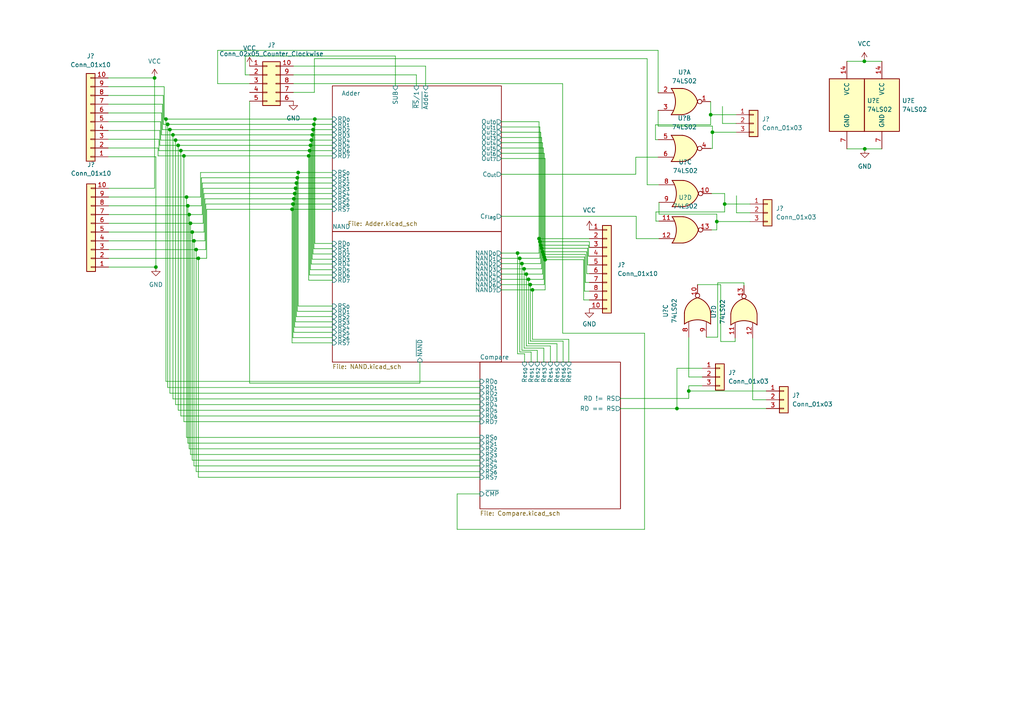
<source format=kicad_sch>
(kicad_sch (version 20211123) (generator eeschema)
  (paper "A4")
  (lib_symbols
    (symbol "74xx:74LS02" (pin_names (offset 1.016))
      (property "Reference" "U" (at 0 1.27 0))
      (property "Value" "74LS02" (at 0 -1.27 0))
      (symbol "74LS02_1_1"
        (arc (start -3.81 -3.81) (mid -2.589 0) (end -3.81 3.81) (stroke (width 0.254)))
        (arc (start -0.6096 -3.81) (mid 2.1855 -2.584) (end 3.81 0) (stroke (width 0.254)) (fill (type background)))
        (polyline (pts (xy -3.81 -3.81) (xy -0.635 -3.81)) (stroke (width 0.254)) (fill (type background)))
        (polyline (pts (xy -3.81 3.81) (xy -0.635 3.81)) (stroke (width 0.254)) (fill (type background)))
        (polyline (pts (xy -0.635 3.81) (xy -3.81 3.81) (xy -3.81 3.81) (xy -3.556 3.4036) (xy -3.0226 2.2606) (xy -2.6924 1.0414) (xy -2.6162 -0.254) (xy -2.7686 -1.4986) (xy -3.175 -2.7178) (xy -3.81 -3.81) (xy -3.81 -3.81) (xy -0.635 -3.81)) (stroke (width -25.4)) (fill (type background)))
        (arc (start 3.81 0) (mid 2.1928 2.5925) (end -0.6096 3.81) (stroke (width 0.254)) (fill (type background)))
        (pin output inverted (at 7.62 0 180) (length 3.81) (name "~") (number "1"))
        (pin input line (at -7.62 2.54 0) (length 4.318) (name "~") (number "2"))
        (pin input line (at -7.62 -2.54 0) (length 4.318) (name "~") (number "3"))
      )
      (symbol "74LS02_1_2"
        (arc (start 0 -3.81) (mid 3.81 0) (end 0 3.81) (stroke (width 0.254)) (fill (type background)))
        (polyline (pts (xy 0 3.81) (xy -3.81 3.81) (xy -3.81 -3.81) (xy 0 -3.81)) (stroke (width 0.254)) (fill (type background)))
        (pin output line (at 7.62 0 180) (length 3.81) (name "~") (number "1"))
        (pin input inverted (at -7.62 2.54 0) (length 3.81) (name "~") (number "2"))
        (pin input inverted (at -7.62 -2.54 0) (length 3.81) (name "~") (number "3"))
      )
      (symbol "74LS02_2_1"
        (arc (start -3.81 -3.81) (mid -2.589 0) (end -3.81 3.81) (stroke (width 0.254)))
        (arc (start -0.6096 -3.81) (mid 2.1855 -2.584) (end 3.81 0) (stroke (width 0.254)) (fill (type background)))
        (polyline (pts (xy -3.81 -3.81) (xy -0.635 -3.81)) (stroke (width 0.254)) (fill (type background)))
        (polyline (pts (xy -3.81 3.81) (xy -0.635 3.81)) (stroke (width 0.254)) (fill (type background)))
        (polyline (pts (xy -0.635 3.81) (xy -3.81 3.81) (xy -3.81 3.81) (xy -3.556 3.4036) (xy -3.0226 2.2606) (xy -2.6924 1.0414) (xy -2.6162 -0.254) (xy -2.7686 -1.4986) (xy -3.175 -2.7178) (xy -3.81 -3.81) (xy -3.81 -3.81) (xy -0.635 -3.81)) (stroke (width -25.4)) (fill (type background)))
        (arc (start 3.81 0) (mid 2.1928 2.5925) (end -0.6096 3.81) (stroke (width 0.254)) (fill (type background)))
        (pin output inverted (at 7.62 0 180) (length 3.81) (name "~") (number "4"))
        (pin input line (at -7.62 2.54 0) (length 4.318) (name "~") (number "5"))
        (pin input line (at -7.62 -2.54 0) (length 4.318) (name "~") (number "6"))
      )
      (symbol "74LS02_2_2"
        (arc (start 0 -3.81) (mid 3.81 0) (end 0 3.81) (stroke (width 0.254)) (fill (type background)))
        (polyline (pts (xy 0 3.81) (xy -3.81 3.81) (xy -3.81 -3.81) (xy 0 -3.81)) (stroke (width 0.254)) (fill (type background)))
        (pin output line (at 7.62 0 180) (length 3.81) (name "~") (number "4"))
        (pin input inverted (at -7.62 2.54 0) (length 3.81) (name "~") (number "5"))
        (pin input inverted (at -7.62 -2.54 0) (length 3.81) (name "~") (number "6"))
      )
      (symbol "74LS02_3_1"
        (arc (start -3.81 -3.81) (mid -2.589 0) (end -3.81 3.81) (stroke (width 0.254)))
        (arc (start -0.6096 -3.81) (mid 2.1855 -2.584) (end 3.81 0) (stroke (width 0.254)) (fill (type background)))
        (polyline (pts (xy -3.81 -3.81) (xy -0.635 -3.81)) (stroke (width 0.254)) (fill (type background)))
        (polyline (pts (xy -3.81 3.81) (xy -0.635 3.81)) (stroke (width 0.254)) (fill (type background)))
        (polyline (pts (xy -0.635 3.81) (xy -3.81 3.81) (xy -3.81 3.81) (xy -3.556 3.4036) (xy -3.0226 2.2606) (xy -2.6924 1.0414) (xy -2.6162 -0.254) (xy -2.7686 -1.4986) (xy -3.175 -2.7178) (xy -3.81 -3.81) (xy -3.81 -3.81) (xy -0.635 -3.81)) (stroke (width -25.4)) (fill (type background)))
        (arc (start 3.81 0) (mid 2.1928 2.5925) (end -0.6096 3.81) (stroke (width 0.254)) (fill (type background)))
        (pin output inverted (at 7.62 0 180) (length 3.81) (name "~") (number "10"))
        (pin input line (at -7.62 2.54 0) (length 4.318) (name "~") (number "8"))
        (pin input line (at -7.62 -2.54 0) (length 4.318) (name "~") (number "9"))
      )
      (symbol "74LS02_3_2"
        (arc (start 0 -3.81) (mid 3.81 0) (end 0 3.81) (stroke (width 0.254)) (fill (type background)))
        (polyline (pts (xy 0 3.81) (xy -3.81 3.81) (xy -3.81 -3.81) (xy 0 -3.81)) (stroke (width 0.254)) (fill (type background)))
        (pin output line (at 7.62 0 180) (length 3.81) (name "~") (number "10"))
        (pin input inverted (at -7.62 2.54 0) (length 3.81) (name "~") (number "8"))
        (pin input inverted (at -7.62 -2.54 0) (length 3.81) (name "~") (number "9"))
      )
      (symbol "74LS02_4_1"
        (arc (start -3.81 -3.81) (mid -2.589 0) (end -3.81 3.81) (stroke (width 0.254)))
        (arc (start -0.6096 -3.81) (mid 2.1855 -2.584) (end 3.81 0) (stroke (width 0.254)) (fill (type background)))
        (polyline (pts (xy -3.81 -3.81) (xy -0.635 -3.81)) (stroke (width 0.254)) (fill (type background)))
        (polyline (pts (xy -3.81 3.81) (xy -0.635 3.81)) (stroke (width 0.254)) (fill (type background)))
        (polyline (pts (xy -0.635 3.81) (xy -3.81 3.81) (xy -3.81 3.81) (xy -3.556 3.4036) (xy -3.0226 2.2606) (xy -2.6924 1.0414) (xy -2.6162 -0.254) (xy -2.7686 -1.4986) (xy -3.175 -2.7178) (xy -3.81 -3.81) (xy -3.81 -3.81) (xy -0.635 -3.81)) (stroke (width -25.4)) (fill (type background)))
        (arc (start 3.81 0) (mid 2.1928 2.5925) (end -0.6096 3.81) (stroke (width 0.254)) (fill (type background)))
        (pin input line (at -7.62 2.54 0) (length 4.318) (name "~") (number "11"))
        (pin input line (at -7.62 -2.54 0) (length 4.318) (name "~") (number "12"))
        (pin output inverted (at 7.62 0 180) (length 3.81) (name "~") (number "13"))
      )
      (symbol "74LS02_4_2"
        (arc (start 0 -3.81) (mid 3.81 0) (end 0 3.81) (stroke (width 0.254)) (fill (type background)))
        (polyline (pts (xy 0 3.81) (xy -3.81 3.81) (xy -3.81 -3.81) (xy 0 -3.81)) (stroke (width 0.254)) (fill (type background)))
        (pin input inverted (at -7.62 2.54 0) (length 3.81) (name "~") (number "11"))
        (pin input inverted (at -7.62 -2.54 0) (length 3.81) (name "~") (number "12"))
        (pin output line (at 7.62 0 180) (length 3.81) (name "~") (number "13"))
      )
      (symbol "74LS02_5_0"
        (pin power_in line (at 0 12.7 270) (length 5.08) (name "VCC") (number "14"))
        (pin power_in line (at 0 -12.7 90) (length 5.08) (name "GND") (number "7"))
      )
      (symbol "74LS02_5_1"
        (rectangle (start -5.08 7.62) (end 5.08 -7.62) (stroke (width 0.254)) (fill (type background)))
      )
    )
    (symbol "Connector_Generic:Conn_01x03" (pin_names (offset 1.016) hide)
      (property "Reference" "J" (at 0 5.08 0))
      (property "Value" "Conn_01x03" (at 0 -5.08 0))
      (symbol "Conn_01x03_1_1"
        (rectangle (start -1.27 -2.413) (end 0 -2.667) (stroke (width 0.1524)))
        (rectangle (start -1.27 0.127) (end 0 -0.127) (stroke (width 0.1524)))
        (rectangle (start -1.27 2.667) (end 0 2.413) (stroke (width 0.1524)))
        (rectangle (start -1.27 3.81) (end 1.27 -3.81) (stroke (width 0.254)) (fill (type background)))
        (pin passive line (at -5.08 2.54 0) (length 3.81) (name "Pin_1") (number "1"))
        (pin passive line (at -5.08 0 0) (length 3.81) (name "Pin_2") (number "2"))
        (pin passive line (at -5.08 -2.54 0) (length 3.81) (name "Pin_3") (number "3"))
      )
    )
    (symbol "Connector_Generic:Conn_01x10" (pin_names (offset 1.016) hide)
      (property "Reference" "J" (at 0 12.7 0))
      (property "Value" "Conn_01x10" (at 0 -15.24 0))
      (symbol "Conn_01x10_1_1"
        (rectangle (start -1.27 -12.573) (end 0 -12.827) (stroke (width 0.1524)))
        (rectangle (start -1.27 -10.033) (end 0 -10.287) (stroke (width 0.1524)))
        (rectangle (start -1.27 -7.493) (end 0 -7.747) (stroke (width 0.1524)))
        (rectangle (start -1.27 -4.953) (end 0 -5.207) (stroke (width 0.1524)))
        (rectangle (start -1.27 -2.413) (end 0 -2.667) (stroke (width 0.1524)))
        (rectangle (start -1.27 0.127) (end 0 -0.127) (stroke (width 0.1524)))
        (rectangle (start -1.27 2.667) (end 0 2.413) (stroke (width 0.1524)))
        (rectangle (start -1.27 5.207) (end 0 4.953) (stroke (width 0.1524)))
        (rectangle (start -1.27 7.747) (end 0 7.493) (stroke (width 0.1524)))
        (rectangle (start -1.27 10.287) (end 0 10.033) (stroke (width 0.1524)))
        (rectangle (start -1.27 11.43) (end 1.27 -13.97) (stroke (width 0.254)) (fill (type background)))
        (pin passive line (at -5.08 10.16 0) (length 3.81) (name "Pin_1") (number "1"))
        (pin passive line (at -5.08 -12.7 0) (length 3.81) (name "Pin_10") (number "10"))
        (pin passive line (at -5.08 7.62 0) (length 3.81) (name "Pin_2") (number "2"))
        (pin passive line (at -5.08 5.08 0) (length 3.81) (name "Pin_3") (number "3"))
        (pin passive line (at -5.08 2.54 0) (length 3.81) (name "Pin_4") (number "4"))
        (pin passive line (at -5.08 0 0) (length 3.81) (name "Pin_5") (number "5"))
        (pin passive line (at -5.08 -2.54 0) (length 3.81) (name "Pin_6") (number "6"))
        (pin passive line (at -5.08 -5.08 0) (length 3.81) (name "Pin_7") (number "7"))
        (pin passive line (at -5.08 -7.62 0) (length 3.81) (name "Pin_8") (number "8"))
        (pin passive line (at -5.08 -10.16 0) (length 3.81) (name "Pin_9") (number "9"))
      )
    )
    (symbol "Connector_Generic:Conn_02x05_Counter_Clockwise" (pin_names (offset 1.016) hide)
      (property "Reference" "J" (at 1.27 7.62 0))
      (property "Value" "Conn_02x05_Counter_Clockwise" (at 1.27 -7.62 0))
      (symbol "Conn_02x05_Counter_Clockwise_1_1"
        (rectangle (start -1.27 -4.953) (end 0 -5.207) (stroke (width 0.1524)))
        (rectangle (start -1.27 -2.413) (end 0 -2.667) (stroke (width 0.1524)))
        (rectangle (start -1.27 0.127) (end 0 -0.127) (stroke (width 0.1524)))
        (rectangle (start -1.27 2.667) (end 0 2.413) (stroke (width 0.1524)))
        (rectangle (start -1.27 5.207) (end 0 4.953) (stroke (width 0.1524)))
        (rectangle (start -1.27 6.35) (end 3.81 -6.35) (stroke (width 0.254)) (fill (type background)))
        (rectangle (start 3.81 -4.953) (end 2.54 -5.207) (stroke (width 0.1524)))
        (rectangle (start 3.81 -2.413) (end 2.54 -2.667) (stroke (width 0.1524)))
        (rectangle (start 3.81 0.127) (end 2.54 -0.127) (stroke (width 0.1524)))
        (rectangle (start 3.81 2.667) (end 2.54 2.413) (stroke (width 0.1524)))
        (rectangle (start 3.81 5.207) (end 2.54 4.953) (stroke (width 0.1524)))
        (pin passive line (at -5.08 5.08 0) (length 3.81) (name "Pin_1") (number "1"))
        (pin passive line (at 7.62 5.08 180) (length 3.81) (name "Pin_10") (number "10"))
        (pin passive line (at -5.08 2.54 0) (length 3.81) (name "Pin_2") (number "2"))
        (pin passive line (at -5.08 0 0) (length 3.81) (name "Pin_3") (number "3"))
        (pin passive line (at -5.08 -2.54 0) (length 3.81) (name "Pin_4") (number "4"))
        (pin passive line (at -5.08 -5.08 0) (length 3.81) (name "Pin_5") (number "5"))
        (pin passive line (at 7.62 -5.08 180) (length 3.81) (name "Pin_6") (number "6"))
        (pin passive line (at 7.62 -2.54 180) (length 3.81) (name "Pin_7") (number "7"))
        (pin passive line (at 7.62 0 180) (length 3.81) (name "Pin_8") (number "8"))
        (pin passive line (at 7.62 2.54 180) (length 3.81) (name "Pin_9") (number "9"))
      )
    )
    (symbol "power:GND" (power) (pin_names (offset 0))
      (property "Value" "GND" (at 0 -3.81 0))
      (symbol "GND_0_1"
        (polyline (pts (xy 0 0) (xy 0 -1.27) (xy 1.27 -1.27) (xy 0 -2.54) (xy -1.27 -1.27) (xy 0 -1.27)))
      )
      (symbol "GND_1_1"
        (pin power_in line (at 0 0 270) (length 0) hide (name "GND") (number "1"))
      )
    )
    (symbol "power:VCC" (power) (pin_names (offset 0))
      (property "Value" "VCC" (at 0 3.81 0))
      (symbol "VCC_0_1"
        (polyline (pts (xy -0.762 1.27) (xy 0 2.54)))
        (polyline (pts (xy 0 0) (xy 0 2.54)))
        (polyline (pts (xy 0 2.54) (xy 0.762 1.27)))
      )
      (symbol "VCC_1_1"
        (pin power_in line (at 0 0 90) (length 0) hide (name "VCC") (number "1"))
      )
    )
  )
  (junction (at 48.641 36.068))
  (junction (at 84.709 60.706))
  (junction (at 156.845 71.12))
  (junction (at 85.217 57.658))
  (junction (at 156.591 70.104))
  (junction (at 91.313 34.544))
  (junction (at 85.725 54.61))
  (junction (at 50.927 40.64))
  (junction (at 206.629 38.354))
  (junction (at 196.342 118.491))
  (junction (at 90.805 37.592))
  (junction (at 199.771 113.411))
  (junction (at 151.384 76.454))
  (junction (at 153.797 82.55))
  (junction (at 157.861 74.549))
  (junction (at 86.487 50.038))
  (junction (at 89.789 43.688))
  (junction (at 150.749 74.93))
  (junction (at 85.979 53.086))
  (junction (at 152.654 79.502))
  (junction (at 89.535 45.212))
  (junction (at 85.471 56.134))
  (junction (at 206.121 33.274))
  (junction (at 57.531 74.93))
  (junction (at 250.698 17.78))
  (junction (at 86.233 51.562))
  (junction (at 156.337 69.215))
  (junction (at 49.276 37.592))
  (junction (at 154.432 84.074))
  (junction (at 45.212 77.47))
  (junction (at 152.019 77.978))
  (junction (at 157.353 73.025))
  (junction (at 158.115 75.311))
  (junction (at 91.059 36.068))
  (junction (at 48.133 34.544))
  (junction (at 52.451 43.688))
  (junction (at 53.34 45.212))
  (junction (at 157.099 72.009))
  (junction (at 84.963 59.182))
  (junction (at 207.899 64.262))
  (junction (at 51.689 42.164))
  (junction (at 153.289 81.026))
  (junction (at 56.896 72.39))
  (junction (at 55.753 67.31))
  (junction (at 157.607 73.787))
  (junction (at 54.864 62.23))
  (junction (at 54.483 59.69))
  (junction (at 55.245 64.77))
  (junction (at 56.261 69.85))
  (junction (at 90.551 39.116))
  (junction (at 150.114 73.406))
  (junction (at 90.043 42.164))
  (junction (at 50.165 39.116))
  (junction (at 90.297 40.64))
  (junction (at 54.102 57.15))
  (junction (at 250.825 43.18))
  (junction (at 44.831 22.606))
  (junction (at 210.185 59.182))
  (wire (pts (xy 199.771 113.411) (xy 222.25 113.411)))
  (wire (pts (xy 71.12 21.717) (xy 72.39 21.717)))
  (wire (pts (xy 85.979 53.086) (xy 85.979 91.821)))
  (wire (pts (xy 54.483 59.69) (xy 58.42 59.69)))
  (wire (pts (xy 58.674 53.086) (xy 85.979 53.086)))
  (wire (pts (xy 139.192 120.65) (xy 52.451 120.65)))
  (wire (pts (xy 54.864 62.23) (xy 31.496 62.23)))
  (wire (pts (xy 202.311 82.55) (xy 209.042 82.55)))
  (wire (pts (xy 55.245 131.826) (xy 55.245 64.77)))
  (wire (pts (xy 132.588 143.256) (xy 139.192 143.256)))
  (wire (pts (xy 72.39 24.257) (xy 63.119 24.257)))
  (wire (pts (xy 91.059 72.136) (xy 96.393 72.136)))
  (wire (pts (xy 156.591 74.93) (xy 156.591 70.104)))
  (wire (pts (xy 85.471 56.134) (xy 85.471 94.869)))
  (wire (pts (xy 196.342 118.491) (xy 222.25 118.491)))
  (wire (pts (xy 56.261 135.128) (xy 56.261 69.85)))
  (wire (pts (xy 208.153 82.042) (xy 208.153 97.79)))
  (wire (pts (xy 170.688 74.295) (xy 170.688 71.12)))
  (wire (pts (xy 154.432 84.074) (xy 158.115 84.074)))
  (wire (pts (xy 90.043 42.164) (xy 90.043 78.232)))
  (wire (pts (xy 46.609 35.306) (xy 46.609 40.64)))
  (wire (pts (xy 209.55 30.861) (xy 209.55 35.814)))
  (wire (pts (xy 132.588 153.543) (xy 132.588 143.256)))
  (wire (pts (xy 163.195 96.647) (xy 186.944 96.647)))
  (wire (pts (xy 150.114 73.406) (xy 150.114 102.616)))
  (wire (pts (xy 90.297 76.581) (xy 90.297 40.64)))
  (wire (pts (xy 139.192 117.348) (xy 50.927 117.348)))
  (wire (pts (xy 210.185 56.134) (xy 206.375 56.134)))
  (wire (pts (xy 59.182 56.134) (xy 85.471 56.134)))
  (wire (pts (xy 31.496 54.61) (xy 44.831 54.61)))
  (wire (pts (xy 206.629 36.576) (xy 206.629 38.354)))
  (wire (pts (xy 84.709 99.441) (xy 84.709 60.706)))
  (wire (pts (xy 120.777 24.892) (xy 120.777 21.717)))
  (wire (pts (xy 59.69 59.182) (xy 84.963 59.182)))
  (wire (pts (xy 199.771 113.411) (xy 199.771 111.887)))
  (wire (pts (xy 250.825 43.18) (xy 255.778 43.18)))
  (wire (pts (xy 31.369 45.466) (xy 45.212 45.466)))
  (wire (pts (xy 150.749 74.93) (xy 156.591 74.93)))
  (wire (pts (xy 184.404 45.593) (xy 190.881 45.593)))
  (wire (pts (xy 54.864 130.175) (xy 139.192 130.175)))
  (wire (pts (xy 208.153 97.79) (xy 204.851 97.79)))
  (wire (pts (xy 85.725 93.345) (xy 85.725 54.61)))
  (wire (pts (xy 170.942 84.455) (xy 169.545 84.455)))
  (wire (pts (xy 179.959 115.57) (xy 199.771 115.57)))
  (wire (pts (xy 190.119 40.513) (xy 190.881 40.513)))
  (wire (pts (xy 58.166 50.038) (xy 86.487 50.038)))
  (wire (pts (xy 154.432 98.425) (xy 154.432 84.074)))
  (wire (pts (xy 245.618 43.18) (xy 250.825 43.18)))
  (wire (pts (xy 56.896 72.39) (xy 59.69 72.39)))
  (wire (pts (xy 90.551 39.116) (xy 96.393 39.116)))
  (wire (pts (xy 31.496 72.39) (xy 56.896 72.39)))
  (wire (pts (xy 245.618 17.78) (xy 250.698 17.78)))
  (wire (pts (xy 84.709 60.706) (xy 59.944 60.706)))
  (wire (pts (xy 56.896 136.779) (xy 139.192 136.779)))
  (wire (pts (xy 222.25 115.951) (xy 218.313 115.951)))
  (wire (pts (xy 145.415 79.502) (xy 152.654 79.502)))
  (wire (pts (xy 84.963 59.182) (xy 84.963 97.917)))
  (wire (pts (xy 46.863 32.766) (xy 46.863 39.116)))
  (wire (pts (xy 55.753 67.31) (xy 31.496 67.31)))
  (wire (pts (xy 169.291 75.311) (xy 158.115 75.311)))
  (wire (pts (xy 56.896 72.39) (xy 56.896 136.779)))
  (wire (pts (xy 179.959 118.491) (xy 196.342 118.491)))
  (wire (pts (xy 199.771 111.887) (xy 203.708 111.887)))
  (wire (pts (xy 169.799 81.915) (xy 169.799 73.787)))
  (wire (pts (xy 157.607 73.787) (xy 169.799 73.787)))
  (wire (pts (xy 120.777 21.717) (xy 85.09 21.717)))
  (wire (pts (xy 145.415 77.978) (xy 152.019 77.978)))
  (wire (pts (xy 90.551 39.116) (xy 90.551 75.184)))
  (wire (pts (xy 215.773 82.804) (xy 215.773 82.042)))
  (wire (pts (xy 45.847 42.926) (xy 45.847 45.212)))
  (wire (pts (xy 157.861 74.549) (xy 157.861 44.45)))
  (wire (pts (xy 31.496 64.77) (xy 55.245 64.77)))
  (wire (pts (xy 153.289 81.026) (xy 157.607 81.026)))
  (wire (pts (xy 157.353 73.025) (xy 157.353 79.502)))
  (wire (pts (xy 153.289 81.026) (xy 153.289 99.695)))
  (wire (pts (xy 157.861 82.55) (xy 157.861 74.549)))
  (wire (pts (xy 170.942 71.755) (xy 170.942 70.104)))
  (wire (pts (xy 206.629 38.354) (xy 213.487 38.354)))
  (wire (pts (xy 91.313 34.544) (xy 96.393 34.544)))
  (wire (pts (xy 153.797 82.55) (xy 153.797 98.933)))
  (wire (pts (xy 59.436 57.658) (xy 85.217 57.658)))
  (wire (pts (xy 51.689 118.999) (xy 139.192 118.999)))
  (wire (pts (xy 145.415 42.926) (xy 157.607 42.926)))
  (wire (pts (xy 152.146 102.616) (xy 152.146 105.029)))
  (wire (pts (xy 55.753 133.477) (xy 139.192 133.477)))
  (wire (pts (xy 190.119 36.195) (xy 190.119 40.513)))
  (wire (pts (xy 114.681 16.256) (xy 71.12 16.256)))
  (wire (pts (xy 89.789 43.688) (xy 89.789 79.756)))
  (wire (pts (xy 196.342 106.807) (xy 203.708 106.807)))
  (wire (pts (xy 191.135 62.103) (xy 191.135 58.674)))
  (wire (pts (xy 213.614 56.769) (xy 213.614 61.722)))
  (wire (pts (xy 145.415 39.878) (xy 157.099 39.878)))
  (wire (pts (xy 54.483 128.524) (xy 54.483 59.69)))
  (wire (pts (xy 46.609 40.64) (xy 50.927 40.64)))
  (wire (pts (xy 203.708 109.347) (xy 199.771 109.347)))
  (wire (pts (xy 96.393 53.086) (xy 85.979 53.086)))
  (wire (pts (xy 56.261 69.85) (xy 59.436 69.85)))
  (wire (pts (xy 46.101 43.688) (xy 46.101 40.386)))
  (wire (pts (xy 50.927 117.348) (xy 50.927 40.64)))
  (wire (pts (xy 155.829 101.6) (xy 155.829 105.029)))
  (wire (pts (xy 47.371 36.068) (xy 48.641 36.068)))
  (wire (pts (xy 209.042 82.55) (xy 209.042 99.06)))
  (wire (pts (xy 213.233 99.06) (xy 213.233 98.044)))
  (wire (pts (xy 145.415 41.402) (xy 157.353 41.402)))
  (wire (pts (xy 31.369 42.926) (xy 45.847 42.926)))
  (wire (pts (xy 91.059 36.068) (xy 96.393 36.068)))
  (wire (pts (xy 151.384 76.454) (xy 156.845 76.454)))
  (wire (pts (xy 207.899 64.262) (xy 207.899 62.103)))
  (wire (pts (xy 184.531 69.215) (xy 191.135 69.215)))
  (wire (pts (xy 158.115 84.074) (xy 158.115 75.311)))
  (wire (pts (xy 96.393 59.182) (xy 84.963 59.182)))
  (wire (pts (xy 156.337 73.406) (xy 156.337 69.215)))
  (wire (pts (xy 59.436 69.85) (xy 59.436 57.658)))
  (wire (pts (xy 31.369 27.686) (xy 47.371 27.686)))
  (wire (pts (xy 55.753 67.31) (xy 55.753 133.477)))
  (wire (pts (xy 59.182 67.31) (xy 55.753 67.31)))
  (wire (pts (xy 49.276 37.592) (xy 49.276 114.046)))
  (wire (pts (xy 86.233 90.297) (xy 86.233 51.562)))
  (wire (pts (xy 85.09 24.257) (xy 163.195 24.257)))
  (wire (pts (xy 96.393 90.297) (xy 86.233 90.297)))
  (wire (pts (xy 217.551 61.722) (xy 213.614 61.722)))
  (wire (pts (xy 31.496 69.85) (xy 56.261 69.85)))
  (wire (pts (xy 121.793 111.125) (xy 121.793 105.029)))
  (wire (pts (xy 152.019 77.978) (xy 157.099 77.978)))
  (wire (pts (xy 156.845 76.454) (xy 156.845 71.12)))
  (wire (pts (xy 72.39 111.125) (xy 121.793 111.125)))
  (wire (pts (xy 49.276 114.046) (xy 139.192 114.046)))
  (wire (pts (xy 52.451 43.688) (xy 52.451 120.65)))
  (wire (pts (xy 206.121 33.274) (xy 206.121 36.195)))
  (wire (pts (xy 190.881 36.576) (xy 206.629 36.576)))
  (wire (pts (xy 91.186 17.018) (xy 187.706 17.018)))
  (wire (pts (xy 164.973 105.029) (xy 164.973 98.425)))
  (wire (pts (xy 90.043 42.164) (xy 96.393 42.164)))
  (wire (pts (xy 44.831 54.61) (xy 44.831 22.606)))
  (wire (pts (xy 114.681 24.892) (xy 114.681 16.256)))
  (wire (pts (xy 51.689 42.164) (xy 51.689 118.999)))
  (wire (pts (xy 52.451 43.688) (xy 89.789 43.688)))
  (wire (pts (xy 159.639 100.33) (xy 159.639 105.029)))
  (wire (pts (xy 47.117 30.226) (xy 31.369 30.226)))
  (wire (pts (xy 90.805 73.66) (xy 90.805 37.592)))
  (wire (pts (xy 46.863 39.116) (xy 50.165 39.116)))
  (wire (pts (xy 154.051 102.108) (xy 150.749 102.108)))
  (wire (pts (xy 158.115 75.311) (xy 158.115 45.974)))
  (wire (pts (xy 186.944 96.647) (xy 186.944 153.543)))
  (wire (pts (xy 157.734 105.029) (xy 157.734 100.965)))
  (wire (pts (xy 206.629 43.053) (xy 206.121 43.053)))
  (wire (pts (xy 54.102 126.873) (xy 139.192 126.873)))
  (wire (pts (xy 218.313 98.044) (xy 218.313 115.951)))
  (wire (pts (xy 45.212 45.466) (xy 45.212 77.47)))
  (wire (pts (xy 161.544 105.029) (xy 161.544 99.695)))
  (wire (pts (xy 151.384 76.454) (xy 151.384 101.6)))
  (wire (pts (xy 31.496 74.93) (xy 57.531 74.93)))
  (wire (pts (xy 152.654 100.33) (xy 159.639 100.33)))
  (wire (pts (xy 187.706 17.018) (xy 187.706 53.594)))
  (wire (pts (xy 187.706 53.594) (xy 191.135 53.594)))
  (wire (pts (xy 91.186 26.797) (xy 91.186 17.018)))
  (wire (pts (xy 156.591 36.83) (xy 145.669 36.83)))
  (wire (pts (xy 96.393 56.134) (xy 85.471 56.134)))
  (wire (pts (xy 123.444 19.177) (xy 123.444 24.892)))
  (wire (pts (xy 86.487 88.773) (xy 96.393 88.773)))
  (wire (pts (xy 210.185 59.182) (xy 217.551 59.182)))
  (wire (pts (xy 163.322 98.933) (xy 163.322 105.029)))
  (wire (pts (xy 152.654 79.502) (xy 152.654 100.33)))
  (wire (pts (xy 44.831 22.606) (xy 31.369 22.606)))
  (wire (pts (xy 157.099 72.009) (xy 157.099 39.878)))
  (wire (pts (xy 170.942 86.995) (xy 169.291 86.995)))
  (wire (pts (xy 90.297 40.64) (xy 96.393 40.64)))
  (wire (pts (xy 46.101 40.386) (xy 31.369 40.386)))
  (wire (pts (xy 206.121 33.274) (xy 213.487 33.274)))
  (wire (pts (xy 145.415 84.074) (xy 154.432 84.074)))
  (wire (pts (xy 139.192 138.43) (xy 57.531 138.43)))
  (wire (pts (xy 55.245 64.77) (xy 58.928 64.77)))
  (wire (pts (xy 145.415 74.93) (xy 150.749 74.93)))
  (wire (pts (xy 163.195 24.257) (xy 163.195 96.647)))
  (wire (pts (xy 58.166 57.15) (xy 54.102 57.15)))
  (wire (pts (xy 145.415 82.55) (xy 153.797 82.55)))
  (wire (pts (xy 89.535 45.212) (xy 89.535 81.28)))
  (wire (pts (xy 58.928 54.61) (xy 85.725 54.61)))
  (wire (pts (xy 46.101 43.688) (xy 52.451 43.688)))
  (wire (pts (xy 169.291 86.995) (xy 169.291 75.311)))
  (wire (pts (xy 58.42 51.562) (xy 86.233 51.562)))
  (wire (pts (xy 85.725 54.61) (xy 96.393 54.61)))
  (wire (pts (xy 47.117 37.592) (xy 49.276 37.592)))
  (wire (pts (xy 96.393 99.441) (xy 84.709 99.441)))
  (wire (pts (xy 156.337 69.215) (xy 156.337 35.306)))
  (wire (pts (xy 184.404 50.546) (xy 184.404 45.593)))
  (wire (pts (xy 156.337 35.306) (xy 145.415 35.306)))
  (wire (pts (xy 199.771 115.57) (xy 199.771 113.411)))
  (wire (pts (xy 48.133 110.617) (xy 139.192 110.617)))
  (wire (pts (xy 151.384 101.6) (xy 155.829 101.6)))
  (wire (pts (xy 170.434 76.835) (xy 170.434 72.009)))
  (wire (pts (xy 46.355 37.846) (xy 46.355 42.164)))
  (wire (pts (xy 58.166 50.038) (xy 58.166 57.15)))
  (wire (pts (xy 48.133 34.544) (xy 91.313 34.544)))
  (wire (pts (xy 46.355 42.164) (xy 51.689 42.164)))
  (wire (pts (xy 45.847 45.212) (xy 53.34 45.212)))
  (wire (pts (xy 84.709 60.706) (xy 96.393 60.706)))
  (wire (pts (xy 156.845 38.354) (xy 156.845 71.12)))
  (wire (pts (xy 57.531 138.43) (xy 57.531 74.93)))
  (wire (pts (xy 86.487 50.038) (xy 86.487 88.773)))
  (wire (pts (xy 152.019 77.978) (xy 152.019 100.965)))
  (wire (pts (xy 58.928 64.77) (xy 58.928 54.61)))
  (wire (pts (xy 96.393 50.038) (xy 86.487 50.038)))
  (wire (pts (xy 54.102 57.15) (xy 54.102 126.873)))
  (wire (pts (xy 139.192 112.395) (xy 48.641 112.395)))
  (wire (pts (xy 213.487 35.814) (xy 209.55 35.814)))
  (wire (pts (xy 156.591 70.104) (xy 156.591 36.83)))
  (wire (pts (xy 50.165 115.697) (xy 139.192 115.697)))
  (wire (pts (xy 190.246 61.468) (xy 210.185 61.468)))
  (wire (pts (xy 45.212 77.47) (xy 31.496 77.47)))
  (wire (pts (xy 139.192 131.826) (xy 55.245 131.826)))
  (wire (pts (xy 170.18 79.375) (xy 170.18 73.025)))
  (wire (pts (xy 46.609 35.306) (xy 31.369 35.306)))
  (wire (pts (xy 156.845 71.12) (xy 170.688 71.12)))
  (wire (pts (xy 57.531 74.93) (xy 59.944 74.93)))
  (wire (pts (xy 31.369 32.766) (xy 46.863 32.766)))
  (wire (pts (xy 48.641 36.068) (xy 91.059 36.068)))
  (wire (pts (xy 63.119 14.605) (xy 190.881 14.605)))
  (wire (pts (xy 85.471 94.869) (xy 96.393 94.869)))
  (wire (pts (xy 96.393 76.581) (xy 90.297 76.581)))
  (wire (pts (xy 90.551 75.184) (xy 96.393 75.184)))
  (wire (pts (xy 150.114 102.616) (xy 152.146 102.616)))
  (wire (pts (xy 206.629 38.354) (xy 206.629 43.053)))
  (wire (pts (xy 145.415 81.026) (xy 153.289 81.026)))
  (wire (pts (xy 89.789 79.756) (xy 96.393 79.756)))
  (wire (pts (xy 170.942 70.104) (xy 156.591 70.104)))
  (wire (pts (xy 199.771 97.79) (xy 199.771 109.347)))
  (wire (pts (xy 53.34 45.212) (xy 53.34 122.301)))
  (wire (pts (xy 210.185 59.182) (xy 210.185 56.134)))
  (wire (pts (xy 50.165 39.116) (xy 90.551 39.116)))
  (wire (pts (xy 84.963 97.917) (xy 96.393 97.917)))
  (wire (pts (xy 31.496 59.69) (xy 54.483 59.69)))
  (wire (pts (xy 145.415 38.354) (xy 156.845 38.354)))
  (wire (pts (xy 153.797 82.55) (xy 157.861 82.55)))
  (wire (pts (xy 190.881 14.605) (xy 190.881 26.924)))
  (wire (pts (xy 190.246 64.135) (xy 190.246 61.468)))
  (wire (pts (xy 170.942 76.835) (xy 170.434 76.835)))
  (wire (pts (xy 47.371 27.686) (xy 47.371 36.068)))
  (wire (pts (xy 157.099 77.978) (xy 157.099 72.009)))
  (wire (pts (xy 85.217 57.658) (xy 96.393 57.658)))
  (wire (pts (xy 59.69 72.39) (xy 59.69 59.182)))
  (wire (pts (xy 152.654 79.502) (xy 157.353 79.502)))
  (wire (pts (xy 96.393 73.66) (xy 90.805 73.66)))
  (wire (pts (xy 47.625 34.544) (xy 48.133 34.544)))
  (wire (pts (xy 215.773 82.042) (xy 208.153 82.042)))
  (wire (pts (xy 207.899 66.675) (xy 207.899 64.262)))
  (wire (pts (xy 90.805 37.592) (xy 96.393 37.592)))
  (wire (pts (xy 145.415 44.45) (xy 157.861 44.45)))
  (wire (pts (xy 53.34 122.301) (xy 139.192 122.301)))
  (wire (pts (xy 157.607 42.926) (xy 157.607 73.787)))
  (wire (pts (xy 50.165 39.116) (xy 50.165 115.697)))
  (wire (pts (xy 71.12 16.256) (xy 71.12 21.717)))
  (wire (pts (xy 47.117 37.592) (xy 47.117 30.226)))
  (wire (pts (xy 91.059 72.136) (xy 91.059 36.068)))
  (wire (pts (xy 184.531 62.738) (xy 184.531 69.215)))
  (wire (pts (xy 150.749 102.108) (xy 150.749 74.93)))
  (wire (pts (xy 145.415 73.406) (xy 150.114 73.406)))
  (wire (pts (xy 58.42 59.69) (xy 58.42 51.562)))
  (wire (pts (xy 85.09 26.797) (xy 91.186 26.797)))
  (wire (pts (xy 58.674 53.086) (xy 58.674 62.23)))
  (wire (pts (xy 72.39 29.337) (xy 72.39 111.125)))
  (wire (pts (xy 170.434 72.009) (xy 157.099 72.009)))
  (wire (pts (xy 89.535 81.28) (xy 96.393 81.28)))
  (wire (pts (xy 48.133 34.544) (xy 48.133 110.617)))
  (wire (pts (xy 207.899 62.103) (xy 191.135 62.103)))
  (wire (pts (xy 31.369 25.146) (xy 47.625 25.146)))
  (wire (pts (xy 89.789 43.688) (xy 96.393 43.688)))
  (wire (pts (xy 54.102 57.15) (xy 31.496 57.15)))
  (wire (pts (xy 59.182 56.134) (xy 59.182 67.31)))
  (wire (pts (xy 209.042 99.06) (xy 213.233 99.06)))
  (wire (pts (xy 48.641 36.068) (xy 48.641 112.395)))
  (wire (pts (xy 50.927 40.64) (xy 90.297 40.64)))
  (wire (pts (xy 85.217 96.393) (xy 85.217 57.658)))
  (wire (pts (xy 169.545 74.549) (xy 157.861 74.549)))
  (wire (pts (xy 145.415 76.454) (xy 151.384 76.454)))
  (wire (pts (xy 170.942 74.295) (xy 170.688 74.295)))
  (wire (pts (xy 154.051 105.029) (xy 154.051 102.108)))
  (wire (pts (xy 170.942 81.915) (xy 169.799 81.915)))
  (wire (pts (xy 190.881 32.004) (xy 190.881 36.576)))
  (wire (pts (xy 63.119 24.257) (xy 63.119 14.605)))
  (wire (pts (xy 206.121 29.464) (xy 206.121 33.274)))
  (wire (pts (xy 206.121 36.195) (xy 190.119 36.195)))
  (wire (pts (xy 96.393 70.612) (xy 91.313 70.612)))
  (wire (pts (xy 157.353 41.402) (xy 157.353 73.025)))
  (wire (pts (xy 170.942 79.375) (xy 170.18 79.375)))
  (wire (pts (xy 139.192 128.524) (xy 54.483 128.524)))
  (wire (pts (xy 145.415 50.546) (xy 184.404 50.546)))
  (wire (pts (xy 164.973 98.425) (xy 154.432 98.425)))
  (wire (pts (xy 85.09 19.177) (xy 123.444 19.177)))
  (wire (pts (xy 186.944 153.543) (xy 132.588 153.543)))
  (wire (pts (xy 59.944 74.93) (xy 59.944 60.706)))
  (wire (pts (xy 86.233 51.562) (xy 96.393 51.562)))
  (wire (pts (xy 250.698 17.78) (xy 255.778 17.78)))
  (wire (pts (xy 91.313 70.612) (xy 91.313 34.544)))
  (wire (pts (xy 161.544 99.695) (xy 153.289 99.695)))
  (wire (pts (xy 47.625 34.544) (xy 47.625 25.146)))
  (wire (pts (xy 53.34 45.212) (xy 89.535 45.212)))
  (wire (pts (xy 58.674 62.23) (xy 54.864 62.23)))
  (wire (pts (xy 196.342 106.807) (xy 196.342 118.491)))
  (wire (pts (xy 145.415 45.974) (xy 158.115 45.974)))
  (wire (pts (xy 156.337 69.215) (xy 170.942 69.215)))
  (wire (pts (xy 210.185 61.468) (xy 210.185 59.182)))
  (wire (pts (xy 139.192 135.128) (xy 56.261 135.128)))
  (wire (pts (xy 31.369 37.846) (xy 46.355 37.846)))
  (wire (pts (xy 96.393 45.212) (xy 89.535 45.212)))
  (wire (pts (xy 90.043 78.232) (xy 96.393 78.232)))
  (wire (pts (xy 191.135 64.135) (xy 190.246 64.135)))
  (wire (pts (xy 145.415 62.738) (xy 184.531 62.738)))
  (wire (pts (xy 96.393 96.393) (xy 85.217 96.393)))
  (wire (pts (xy 207.899 64.262) (xy 217.551 64.262)))
  (wire (pts (xy 150.114 73.406) (xy 156.337 73.406)))
  (wire (pts (xy 157.607 73.787) (xy 157.607 81.026)))
  (wire (pts (xy 51.689 42.164) (xy 90.043 42.164)))
  (wire (pts (xy 157.734 100.965) (xy 152.019 100.965)))
  (wire (pts (xy 54.864 62.23) (xy 54.864 130.175)))
  (wire (pts (xy 169.545 84.455) (xy 169.545 74.549)))
  (wire (pts (xy 85.979 91.821) (xy 96.393 91.821)))
  (wire (pts (xy 157.353 73.025) (xy 170.18 73.025)))
  (wire (pts (xy 96.393 93.345) (xy 85.725 93.345)))
  (wire (pts (xy 206.375 66.675) (xy 207.899 66.675)))
  (wire (pts (xy 153.797 98.933) (xy 163.322 98.933)))
  (wire (pts (xy 49.276 37.592) (xy 90.805 37.592)))
  (symbol (lib_id "power:GND") (at 170.942 89.535 0) (unit 1)
    (property "Reference" "#PWR?" (effects hide))
    (property "Value" "GND" (at 170.942 93.98 0))
  )
  (symbol (lib_id "74xx:74LS02") (at 255.778 30.48 0) (unit 5)
    (property "Reference" "U?" (at 261.62 29.2099 0) (effects (justify left)))
    (property "Value" "74LS02" (at 261.62 31.7499 0) (effects (justify left)))
    (property "Datasheet" "http://www.ti.com/lit/gpn/sn74ls02" (effects hide))
  )
  (symbol (lib_id "power:GND") (at 250.825 43.18 0) (unit 1)
    (property "Reference" "#PWR?" (effects hide))
    (property "Value" "GND" (at 250.825 48.26 0))
  )
  (symbol (lib_id "Connector_Generic:Conn_01x03") (at 222.631 61.722 0) (unit 1)
    (property "Reference" "J?" (at 225.044 60.4519 0) (effects (justify left)))
    (property "Value" "Conn_01x03" (at 225.044 62.9919 0) (effects (justify left)))
  )
  (symbol (lib_id "74xx:74LS02") (at 198.755 66.675 0) (unit 4)
    (property "Reference" "U?" (at 198.755 57.277 0))
    (property "Value" "74LS02" (at 198.755 59.817 0))
    (property "Datasheet" "http://www.ti.com/lit/gpn/sn74ls02" (effects hide))
  )
  (symbol (lib_id "74xx:74LS02") (at 202.311 90.17 90) (unit 3)
    (property "Reference" "U?" (at 193.04 90.17 0))
    (property "Value" "74LS02" (at 195.58 90.17 0))
    (property "Datasheet" "http://www.ti.com/lit/gpn/sn74ls02" (effects hide))
  )
  (symbol (lib_id "74xx:74LS02") (at 198.501 43.053 0) (unit 2)
    (property "Reference" "U?" (at 198.501 34.29 0))
    (property "Value" "74LS02" (at 198.501 36.83 0))
    (property "Datasheet" "http://www.ti.com/lit/gpn/sn74ls02" (effects hide))
  )
  (symbol (lib_id "Connector_Generic:Conn_01x10") (at 26.416 67.31 180) (unit 1)
    (property "Reference" "J?" (at 26.416 47.752 0))
    (property "Value" "Conn_01x10" (at 26.416 50.292 0))
  )
  (symbol (lib_id "Connector_Generic:Conn_01x03") (at 227.33 115.951 0) (unit 1)
    (property "Reference" "J?" (at 229.743 114.6809 0) (effects (justify left)))
    (property "Value" "Conn_01x03" (at 229.743 117.2209 0) (effects (justify left)))
  )
  (symbol (lib_id "power:VCC") (at 44.831 22.606 0) (unit 1)
    (property "Reference" "#PWR?" (effects hide))
    (property "Value" "VCC" (at 44.831 17.78 0))
  )
  (symbol (lib_id "Connector_Generic:Conn_01x03") (at 218.567 35.814 0) (unit 1)
    (property "Reference" "J?" (at 220.98 34.5439 0) (effects (justify left)))
    (property "Value" "Conn_01x03" (at 220.98 37.0839 0) (effects (justify left)))
  )
  (symbol (lib_id "Connector_Generic:Conn_01x10") (at 26.289 35.306 180) (unit 1)
    (property "Reference" "J?" (at 26.289 16.256 0))
    (property "Value" "Conn_01x10" (at 26.289 18.796 0))
  )
  (symbol (lib_id "74xx:74LS02") (at 245.618 30.48 0) (unit 5)
    (property "Reference" "U?" (at 251.46 29.2099 0) (effects (justify left)))
    (property "Value" "74LS02" (at 251.46 31.7499 0) (effects (justify left)))
    (property "Datasheet" "http://www.ti.com/lit/gpn/sn74ls02" (effects hide))
  )
  (symbol (lib_id "Connector_Generic:Conn_01x03") (at 208.788 109.347 0) (unit 1)
    (property "Reference" "J?" (at 211.201 108.0769 0) (effects (justify left)))
    (property "Value" "Conn_01x03" (at 211.201 110.6169 0) (effects (justify left)))
  )
  (symbol (lib_id "74xx:74LS02") (at 215.773 90.424 90) (unit 4)
    (property "Reference" "U?" (at 207.01 90.424 0))
    (property "Value" "74LS02" (at 209.55 90.424 0))
    (property "Datasheet" "http://www.ti.com/lit/gpn/sn74ls02" (effects hide))
  )
  (symbol (lib_id "power:VCC") (at 72.39 19.177 0) (unit 1)
    (property "Reference" "#PWR?" (effects hide))
    (property "Value" "VCC" (at 72.39 13.97 0))
  )
  (symbol (lib_id "power:VCC") (at 170.942 66.675 0) (unit 1)
    (property "Reference" "#PWR?" (effects hide))
    (property "Value" "VCC" (at 170.942 60.96 0))
  )
  (symbol (lib_id "Connector_Generic:Conn_01x10") (at 176.022 76.835 0) (unit 1)
    (property "Reference" "J?" (at 179.07 76.8349 0) (effects (justify left)))
    (property "Value" "Conn_01x10" (at 179.07 79.3749 0) (effects (justify left)))
  )
  (symbol (lib_id "power:GND") (at 45.212 77.47 0) (unit 1)
    (property "Reference" "#PWR?" (effects hide))
    (property "Value" "GND" (at 45.212 82.55 0))
  )
  (symbol (lib_id "power:VCC") (at 250.698 17.78 0) (unit 1)
    (property "Reference" "#PWR?" (effects hide))
    (property "Value" "VCC" (at 250.698 12.7 0))
  )
  (symbol (lib_id "74xx:74LS02") (at 198.755 56.134 0) (unit 3)
    (property "Reference" "U?" (at 198.755 46.99 0))
    (property "Value" "74LS02" (at 198.755 49.53 0))
    (property "Datasheet" "http://www.ti.com/lit/gpn/sn74ls02" (effects hide))
  )
  (symbol (lib_id "Connector_Generic:Conn_02x05_Counter_Clockwise") (at 77.47 24.257 0) (unit 1)
    (property "Reference" "J?" (at 78.74 13.081 0))
    (property "Value" "Conn_02x05_Counter_Clockwise" (at 78.74 15.621 0))
  )
  (symbol (lib_id "power:GND") (at 85.09 29.337 0) (unit 1)
    (property "Reference" "#PWR?" (effects hide))
    (property "Value" "GND" (at 85.09 34.29 0))
  )
  (symbol (lib_id "74xx:74LS02") (at 198.501 29.464 0) (unit 1)
    (property "Reference" "U?" (at 198.501 20.955 0))
    (property "Value" "74LS02" (at 198.501 23.495 0))
    (property "Datasheet" "http://www.ti.com/lit/gpn/sn74ls02" (effects hide))
  )
  (sheet (at 139.192 105.029) (size 40.767 42.545) (stroke (width 0.1524))
    (property "Sheet name" "Compare" (at 139.192 104.3174 0) (effects (justify left bottom)))
    (property "Sheet file" "Compare.kicad_sch" (at 139.192 148.1586 0) (effects (justify left top)))
    (pin "RD_{7}" input (at 139.192 122.301 180))
    (pin "RD_{5}" input (at 139.192 118.999 180))
    (pin "RD_{6}" input (at 139.192 120.65 180))
    (pin "RD_{4}" input (at 139.192 117.348 180))
    (pin "RD_{0}" input (at 139.192 110.617 180))
    (pin "RD_{1}" input (at 139.192 112.395 180))
    (pin "RD_{2}" input (at 139.192 114.046 180))
    (pin "RD_{3}" input (at 139.192 115.697 180))
    (pin "RS_{3}" input (at 139.192 131.826 180))
    (pin "RS_{1}" input (at 139.192 128.524 180))
    (pin "RS_{2}" input (at 139.192 130.175 180))
    (pin "RS_{0}" input (at 139.192 126.873 180))
    (pin "RS_{5}" input (at 139.192 135.128 180))
    (pin "RS_{7}" input (at 139.192 138.43 180))
    (pin "RS_{4}" input (at 139.192 133.477 180))
    (pin "RS_{6}" input (at 139.192 136.779 180))
    (pin "~{CMP}" input (at 139.192 143.256 180))
    (pin "RD != RS" output (at 179.959 115.57 0))
    (pin "RD == RS" output (at 179.959 118.491 0))
    (pin "Res_{0}" input (at 152.146 105.029 90))
    (pin "Res_{1}" input (at 154.051 105.029 90))
    (pin "Res_{7}" input (at 164.973 105.029 90))
    (pin "Res_{2}" input (at 155.829 105.029 90))
    (pin "Res_{3}" input (at 157.734 105.029 90))
    (pin "Res_{4}" input (at 159.639 105.029 90))
    (pin "Res_{5}" input (at 161.544 105.029 90))
    (pin "Res_{6}" input (at 163.322 105.029 90))
  )
  (sheet (at 96.393 24.892) (size 49.022 42.291) (stroke (width 0.1524))
    (property "Sheet name" "Adder" (at 99.06 27.813 0) (effects (justify left bottom)))
    (property "Sheet file" "Adder.kicad_sch" (at 100.838 64.135 0) (effects (justify left top)))
    (pin "SUB" input (at 114.681 24.892 90))
    (pin "RD_{3}" input (at 96.393 39.116 180))
    (pin "RD_{0}" input (at 96.393 34.544 180))
    (pin "RD_{1}" input (at 96.393 36.068 180))
    (pin "RD_{2}" input (at 96.393 37.592 180))
    (pin "RS_{1}" input (at 96.393 51.562 180))
    (pin "RS_{3}" input (at 96.393 54.61 180))
    (pin "RS_{0}" input (at 96.393 50.038 180))
    (pin "RS_{2}" input (at 96.393 53.086 180))
    (pin "RS_{5}" input (at 96.393 57.658 180))
    (pin "RS_{7}" input (at 96.393 60.706 180))
    (pin "RS_{4}" input (at 96.393 56.134 180))
    (pin "RS_{6}" input (at 96.393 59.182 180))
    (pin "~{RS}{slash}1" input (at 120.777 24.892 90))
    (pin "Out_{2}" output (at 145.415 38.354 0))
    (pin "Out_{1}" output (at 145.415 36.83 0))
    (pin "Out_{0}" output (at 145.415 35.306 0))
    (pin "C_{Flag}" output (at 145.415 62.738 0))
    (pin "~{Adder}" input (at 123.444 24.892 90))
    (pin "Out_{6}" output (at 145.415 44.45 0))
    (pin "Out_{3}" output (at 145.415 39.878 0))
    (pin "Out_{4}" output (at 145.415 41.402 0))
    (pin "Out_{5}" output (at 145.415 42.926 0))
    (pin "Out_{7}" output (at 145.415 45.974 0))
    (pin "C_{Out}" output (at 145.415 50.546 0))
    (pin "RD_{6}" input (at 96.393 43.688 180))
    (pin "RD_{4}" input (at 96.393 40.64 180))
    (pin "RD_{5}" input (at 96.393 42.164 180))
    (pin "RD_{7}" input (at 96.393 45.212 180))
  )
  (sheet (at 96.393 67.183) (size 49.022 37.846) (stroke (width 0.1524))
    (property "Sheet name" "NAND" (at 96.393 66.4714 0) (effects (justify left bottom)))
    (property "Sheet file" "NAND.kicad_sch" (at 96.393 105.6136 0) (effects (justify left top)))
    (pin "RD_{6}" input (at 96.393 79.756 180))
    (pin "RS_{5}" input (at 96.393 96.393 180))
    (pin "RS_{7}" input (at 96.393 99.441 180))
    (pin "RS_{6}" input (at 96.393 97.917 180))
    (pin "RD_{7}" input (at 96.393 81.28 180))
    (pin "RD_{4}" input (at 96.393 76.581 180))
    (pin "RS_{4}" input (at 96.393 94.869 180))
    (pin "RS_{3}" input (at 96.393 93.345 180))
    (pin "RD_{5}" input (at 96.393 78.232 180))
    (pin "RD_{3}" input (at 96.393 75.184 180))
    (pin "RS_{2}" input (at 96.393 91.821 180))
    (pin "RS_{0}" input (at 96.393 88.773 180))
    (pin "RD_{1}" input (at 96.393 90.297 180))
    (pin "RD_{0}" input (at 96.393 70.612 180))
    (pin "RD_{2}" input (at 96.393 73.66 180))
    (pin "RS_{1}" input (at 96.393 72.136 180))
    (pin "~{NAND}" input (at 121.793 105.029 270))
    (pin "NAND_{0}" output (at 145.415 73.406 0))
    (pin "NAND_{2}" output (at 145.415 76.454 0))
    (pin "NAND_{3}" output (at 145.415 77.978 0))
    (pin "NAND_{4}" output (at 145.415 79.502 0))
    (pin "NAND_{1}" output (at 145.415 74.93 0))
    (pin "NAND_{5}" output (at 145.415 81.026 0))
    (pin "NAND_{7}" output (at 145.415 84.074 0))
    (pin "NAND_{6}" output (at 145.415 82.55 0))
  )
)
</source>
